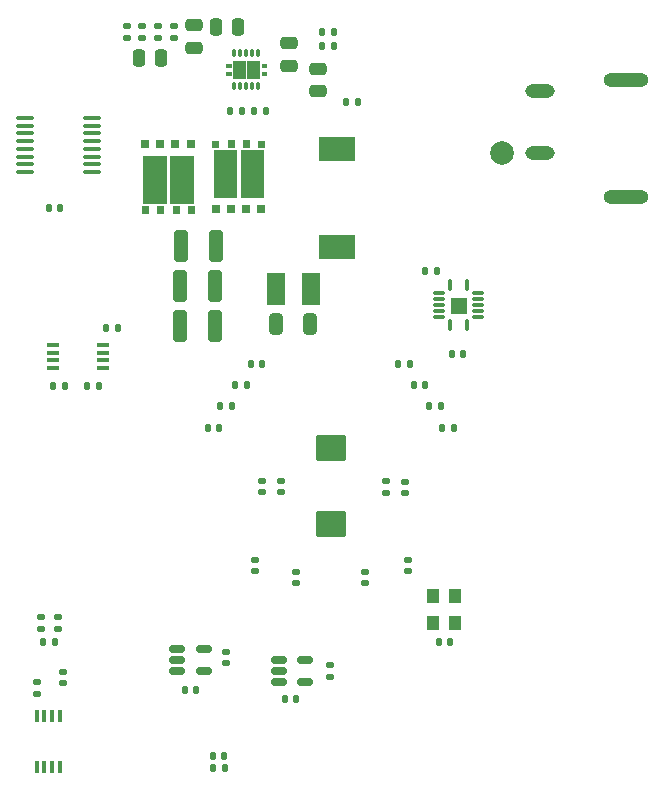
<source format=gbr>
%TF.GenerationSoftware,KiCad,Pcbnew,7.0.1*%
%TF.CreationDate,2023-10-06T09:11:46+02:00*%
%TF.ProjectId,NerdAxe_ultra,4e657264-4178-4655-9f75-6c7472612e6b,rev?*%
%TF.SameCoordinates,Original*%
%TF.FileFunction,Paste,Top*%
%TF.FilePolarity,Positive*%
%FSLAX46Y46*%
G04 Gerber Fmt 4.6, Leading zero omitted, Abs format (unit mm)*
G04 Created by KiCad (PCBNEW 7.0.1) date 2023-10-06 09:11:46*
%MOMM*%
%LPD*%
G01*
G04 APERTURE LIST*
G04 Aperture macros list*
%AMRoundRect*
0 Rectangle with rounded corners*
0 $1 Rounding radius*
0 $2 $3 $4 $5 $6 $7 $8 $9 X,Y pos of 4 corners*
0 Add a 4 corners polygon primitive as box body*
4,1,4,$2,$3,$4,$5,$6,$7,$8,$9,$2,$3,0*
0 Add four circle primitives for the rounded corners*
1,1,$1+$1,$2,$3*
1,1,$1+$1,$4,$5*
1,1,$1+$1,$6,$7*
1,1,$1+$1,$8,$9*
0 Add four rect primitives between the rounded corners*
20,1,$1+$1,$2,$3,$4,$5,0*
20,1,$1+$1,$4,$5,$6,$7,0*
20,1,$1+$1,$6,$7,$8,$9,0*
20,1,$1+$1,$8,$9,$2,$3,0*%
G04 Aperture macros list end*
%ADD10C,0.010000*%
%ADD11C,0.001000*%
%ADD12RoundRect,0.250000X0.475000X-0.250000X0.475000X0.250000X-0.475000X0.250000X-0.475000X-0.250000X0*%
%ADD13RoundRect,0.140000X0.140000X0.170000X-0.140000X0.170000X-0.140000X-0.170000X0.140000X-0.170000X0*%
%ADD14RoundRect,0.100000X-0.637500X-0.100000X0.637500X-0.100000X0.637500X0.100000X-0.637500X0.100000X0*%
%ADD15RoundRect,0.140000X-0.170000X0.140000X-0.170000X-0.140000X0.170000X-0.140000X0.170000X0.140000X0*%
%ADD16RoundRect,0.135000X0.185000X-0.135000X0.185000X0.135000X-0.185000X0.135000X-0.185000X-0.135000X0*%
%ADD17RoundRect,0.135000X-0.185000X0.135000X-0.185000X-0.135000X0.185000X-0.135000X0.185000X0.135000X0*%
%ADD18RoundRect,0.250000X-0.250000X-0.475000X0.250000X-0.475000X0.250000X0.475000X-0.250000X0.475000X0*%
%ADD19RoundRect,0.250000X-0.475000X0.250000X-0.475000X-0.250000X0.475000X-0.250000X0.475000X0.250000X0*%
%ADD20RoundRect,0.150000X-0.512500X-0.150000X0.512500X-0.150000X0.512500X0.150000X-0.512500X0.150000X0*%
%ADD21R,0.400000X1.100000*%
%ADD22RoundRect,0.007800X-0.122200X0.442200X-0.122200X-0.442200X0.122200X-0.442200X0.122200X0.442200X0*%
%ADD23RoundRect,0.007800X-0.442200X-0.122200X0.442200X-0.122200X0.442200X0.122200X-0.442200X0.122200X0*%
%ADD24R,3.100000X2.000000*%
%ADD25RoundRect,0.135000X0.135000X0.185000X-0.135000X0.185000X-0.135000X-0.185000X0.135000X-0.185000X0*%
%ADD26R,1.100000X0.400000*%
%ADD27RoundRect,0.140000X-0.140000X-0.170000X0.140000X-0.170000X0.140000X0.170000X-0.140000X0.170000X0*%
%ADD28RoundRect,0.135000X-0.135000X-0.185000X0.135000X-0.185000X0.135000X0.185000X-0.135000X0.185000X0*%
%ADD29RoundRect,0.140000X0.170000X-0.140000X0.170000X0.140000X-0.170000X0.140000X-0.170000X-0.140000X0*%
%ADD30RoundRect,0.250000X-1.025000X0.875000X-1.025000X-0.875000X1.025000X-0.875000X1.025000X0.875000X0*%
%ADD31R,0.700000X0.800000*%
%ADD32RoundRect,0.007874X-0.112126X0.292126X-0.112126X-0.292126X0.112126X-0.292126X0.112126X0.292126X0*%
%ADD33R,1.600000X2.700000*%
%ADD34RoundRect,0.250000X-0.325000X-1.100000X0.325000X-1.100000X0.325000X1.100000X-0.325000X1.100000X0*%
%ADD35R,1.100000X1.300000*%
%ADD36RoundRect,0.250000X0.325000X0.650000X-0.325000X0.650000X-0.325000X-0.650000X0.325000X-0.650000X0*%
%ADD37O,3.800000X1.200000*%
%ADD38O,2.500000X1.200000*%
%ADD39C,2.000000*%
G04 APERTURE END LIST*
%TO.C,U2*%
D10*
X117072000Y-99915000D02*
X115772000Y-99915000D01*
X115772000Y-98615000D01*
X117072000Y-98615000D01*
X117072000Y-99915000D01*
G36*
X117072000Y-99915000D02*
G01*
X115772000Y-99915000D01*
X115772000Y-98615000D01*
X117072000Y-98615000D01*
X117072000Y-99915000D01*
G37*
%TO.C,Q2*%
X98691000Y-85868800D02*
X98161000Y-85858800D01*
X98161000Y-85298800D01*
X98691000Y-85298800D01*
X98691000Y-85868800D01*
G36*
X98691000Y-85868800D02*
G01*
X98161000Y-85858800D01*
X98161000Y-85298800D01*
X98691000Y-85298800D01*
X98691000Y-85868800D01*
G37*
X97391000Y-85868800D02*
X96861000Y-85858800D01*
X96861000Y-85298800D01*
X97391000Y-85298800D01*
X97391000Y-85868800D01*
G36*
X97391000Y-85868800D02*
G01*
X96861000Y-85858800D01*
X96861000Y-85298800D01*
X97391000Y-85298800D01*
X97391000Y-85868800D01*
G37*
X99981000Y-85888800D02*
X99451000Y-85878800D01*
X99451000Y-85318800D01*
X99981000Y-85318800D01*
X99981000Y-85888800D01*
G36*
X99981000Y-85888800D02*
G01*
X99451000Y-85878800D01*
X99451000Y-85318800D01*
X99981000Y-85318800D01*
X99981000Y-85888800D01*
G37*
X96091000Y-85888800D02*
X95561000Y-85878800D01*
X95561000Y-85318800D01*
X96091000Y-85318800D01*
X96091000Y-85888800D01*
G36*
X96091000Y-85888800D02*
G01*
X95561000Y-85878800D01*
X95561000Y-85318800D01*
X96091000Y-85318800D01*
X96091000Y-85888800D01*
G37*
X97621000Y-90068800D02*
X95701000Y-90068800D01*
X95701000Y-86088800D01*
X97621000Y-86088800D01*
X97621000Y-90068800D01*
G36*
X97621000Y-90068800D02*
G01*
X95701000Y-90068800D01*
X95701000Y-86088800D01*
X97621000Y-86088800D01*
X97621000Y-90068800D01*
G37*
X99901000Y-90078800D02*
X97981000Y-90078800D01*
X97981000Y-86098800D01*
X99901000Y-86098800D01*
X99901000Y-90078800D01*
G36*
X99901000Y-90078800D02*
G01*
X97981000Y-90078800D01*
X97981000Y-86098800D01*
X99901000Y-86098800D01*
X99901000Y-90078800D01*
G37*
%TO.C,U9*%
D11*
X100146291Y-79100000D02*
X99776291Y-79100000D01*
X99776291Y-78850000D01*
X100146291Y-78850000D01*
X100146291Y-79100000D01*
G36*
X100146291Y-79100000D02*
G01*
X99776291Y-79100000D01*
X99776291Y-78850000D01*
X100146291Y-78850000D01*
X100146291Y-79100000D01*
G37*
X97116291Y-79100000D02*
X96746291Y-79100000D01*
X96746291Y-78850000D01*
X97116291Y-78850000D01*
X97116291Y-79100000D01*
G36*
X97116291Y-79100000D02*
G01*
X96746291Y-79100000D01*
X96746291Y-78850000D01*
X97116291Y-78850000D01*
X97116291Y-79100000D01*
G37*
X100146291Y-79750000D02*
X99776291Y-79750000D01*
X99776291Y-79500000D01*
X100146291Y-79500000D01*
X100146291Y-79750000D01*
G36*
X100146291Y-79750000D02*
G01*
X99776291Y-79750000D01*
X99776291Y-79500000D01*
X100146291Y-79500000D01*
X100146291Y-79750000D01*
G37*
X97116291Y-79750000D02*
X96746291Y-79750000D01*
X96746291Y-79500000D01*
X97116291Y-79500000D01*
X97116291Y-79750000D01*
G36*
X97116291Y-79750000D02*
G01*
X96746291Y-79750000D01*
X96746291Y-79500000D01*
X97116291Y-79500000D01*
X97116291Y-79750000D01*
G37*
X99556291Y-80010000D02*
X98546291Y-80010000D01*
X98546291Y-78560000D01*
X99556291Y-78560000D01*
X99556291Y-80010000D01*
G36*
X99556291Y-80010000D02*
G01*
X98546291Y-80010000D01*
X98546291Y-78560000D01*
X99556291Y-78560000D01*
X99556291Y-80010000D01*
G37*
X98336291Y-80010000D02*
X97326291Y-80010000D01*
X97326291Y-78560000D01*
X98336291Y-78560000D01*
X98336291Y-80010000D01*
G36*
X98336291Y-80010000D02*
G01*
X97326291Y-80010000D01*
X97326291Y-78560000D01*
X98336291Y-78560000D01*
X98336291Y-80010000D01*
G37*
%TO.C,Q1*%
D10*
X91439287Y-90874964D02*
X91439287Y-91434964D01*
X90909287Y-91434964D01*
X90909287Y-90864964D01*
X91439287Y-90874964D01*
G36*
X91439287Y-90874964D02*
G01*
X91439287Y-91434964D01*
X90909287Y-91434964D01*
X90909287Y-90864964D01*
X91439287Y-90874964D01*
G37*
X92739287Y-90874964D02*
X92739287Y-91434964D01*
X92209287Y-91434964D01*
X92209287Y-90864964D01*
X92739287Y-90874964D01*
G36*
X92739287Y-90874964D02*
G01*
X92739287Y-91434964D01*
X92209287Y-91434964D01*
X92209287Y-90864964D01*
X92739287Y-90874964D01*
G37*
X90149287Y-90854964D02*
X90149287Y-91414964D01*
X89619287Y-91414964D01*
X89619287Y-90844964D01*
X90149287Y-90854964D01*
G36*
X90149287Y-90854964D02*
G01*
X90149287Y-91414964D01*
X89619287Y-91414964D01*
X89619287Y-90844964D01*
X90149287Y-90854964D01*
G37*
X94039287Y-90854964D02*
X94039287Y-91414964D01*
X93509287Y-91414964D01*
X93509287Y-90844964D01*
X94039287Y-90854964D01*
G36*
X94039287Y-90854964D02*
G01*
X94039287Y-91414964D01*
X93509287Y-91414964D01*
X93509287Y-90844964D01*
X94039287Y-90854964D01*
G37*
X93899287Y-90644964D02*
X91979287Y-90644964D01*
X91979287Y-86664964D01*
X93899287Y-86664964D01*
X93899287Y-90644964D01*
G36*
X93899287Y-90644964D02*
G01*
X91979287Y-90644964D01*
X91979287Y-86664964D01*
X93899287Y-86664964D01*
X93899287Y-90644964D01*
G37*
X91619287Y-90634964D02*
X89699287Y-90634964D01*
X89699287Y-86654964D01*
X91619287Y-86654964D01*
X91619287Y-90634964D01*
G36*
X91619287Y-90634964D02*
G01*
X89699287Y-90634964D01*
X89699287Y-86654964D01*
X91619287Y-86654964D01*
X91619287Y-90634964D01*
G37*
%TD*%
D12*
%TO.C,C43*%
X104510200Y-81125600D03*
X104510200Y-79225600D03*
%TD*%
D13*
%TO.C,C19*%
X116836000Y-103365000D03*
X115876000Y-103365000D03*
%TD*%
D14*
%TO.C,U8*%
X79675300Y-83425000D03*
X79675300Y-84075000D03*
X79675300Y-84725000D03*
X79675300Y-85375000D03*
X79675300Y-86025000D03*
X79675300Y-86675000D03*
X79675300Y-87325000D03*
X79675300Y-87975000D03*
X85400300Y-87975000D03*
X85400300Y-87325000D03*
X85400300Y-86675000D03*
X85400300Y-86025000D03*
X85400300Y-85375000D03*
X85400300Y-84725000D03*
X85400300Y-84075000D03*
X85400300Y-83425000D03*
%TD*%
D15*
%TO.C,C7*%
X99820000Y-114150000D03*
X99820000Y-115110000D03*
%TD*%
D16*
%TO.C,R7*%
X81075000Y-126664000D03*
X81075000Y-125644000D03*
%TD*%
D17*
%TO.C,R13*%
X88392300Y-75590000D03*
X88392300Y-76610000D03*
%TD*%
D13*
%TO.C,C1*%
X115730000Y-127810000D03*
X114770000Y-127810000D03*
%TD*%
D18*
%TO.C,C41*%
X95850000Y-75700000D03*
X97750000Y-75700000D03*
%TD*%
D13*
%TO.C,C3*%
X114920000Y-107790000D03*
X113960000Y-107790000D03*
%TD*%
D19*
%TO.C,C38*%
X102027600Y-77089400D03*
X102027600Y-78989400D03*
%TD*%
D15*
%TO.C,C25*%
X105540000Y-129760000D03*
X105540000Y-130720000D03*
%TD*%
D18*
%TO.C,C45*%
X89350000Y-78300000D03*
X91250000Y-78300000D03*
%TD*%
D20*
%TO.C,U5*%
X92615500Y-128358000D03*
X92615500Y-129308000D03*
X92615500Y-130258000D03*
X94890500Y-130258000D03*
X94890500Y-128358000D03*
%TD*%
%TO.C,U6*%
X101182500Y-129290000D03*
X101182500Y-130240000D03*
X101182500Y-131190000D03*
X103457500Y-131190000D03*
X103457500Y-129290000D03*
%TD*%
D15*
%TO.C,C4*%
X108485000Y-121838000D03*
X108485000Y-122798000D03*
%TD*%
D21*
%TO.C,U7*%
X82655000Y-134030000D03*
X82005000Y-134030000D03*
X81355000Y-134030000D03*
X80705000Y-134030000D03*
X80705000Y-138330000D03*
X81355000Y-138330000D03*
X82005000Y-138330000D03*
X82655000Y-138330000D03*
%TD*%
D13*
%TO.C,C12*%
X99780000Y-104240000D03*
X98820000Y-104240000D03*
%TD*%
D22*
%TO.C,U2*%
X115672000Y-97580000D03*
D23*
X114737000Y-98265000D03*
X114737000Y-98765000D03*
X114737000Y-99265000D03*
X114737000Y-99765000D03*
X114737000Y-100265000D03*
D22*
X115672000Y-100950000D03*
X117172000Y-100950000D03*
D23*
X118107000Y-100265000D03*
X118107000Y-99765000D03*
X118107000Y-99265000D03*
X118107000Y-98765000D03*
X118107000Y-98265000D03*
D22*
X117172000Y-97580000D03*
%TD*%
D17*
%TO.C,R10*%
X92300000Y-75590000D03*
X92300000Y-76610000D03*
%TD*%
D24*
%TO.C,L1*%
X106100000Y-86040000D03*
X106100000Y-94360000D03*
%TD*%
D16*
%TO.C,R15*%
X91000000Y-76610000D03*
X91000000Y-75590000D03*
%TD*%
D13*
%TO.C,C15*%
X98490000Y-106040000D03*
X97530000Y-106040000D03*
%TD*%
D25*
%TO.C,R16*%
X86000000Y-106100000D03*
X84980000Y-106100000D03*
%TD*%
D13*
%TO.C,C32*%
X82216000Y-127813000D03*
X81256000Y-127813000D03*
%TD*%
D15*
%TO.C,C16*%
X102646000Y-121838000D03*
X102646000Y-122798000D03*
%TD*%
D13*
%TO.C,C18*%
X96139000Y-109681000D03*
X95179000Y-109681000D03*
%TD*%
D19*
%TO.C,C40*%
X94000000Y-75550000D03*
X94000000Y-77450000D03*
%TD*%
D26*
%TO.C,U10*%
X82050000Y-102625000D03*
X82050000Y-103275000D03*
X82050000Y-103925000D03*
X82050000Y-104575000D03*
X86350000Y-104575000D03*
X86350000Y-103925000D03*
X86350000Y-103275000D03*
X86350000Y-102625000D03*
%TD*%
D27*
%TO.C,C39*%
X104880000Y-77358600D03*
X105840000Y-77358600D03*
%TD*%
D13*
%TO.C,C35*%
X82680000Y-91000000D03*
X81720000Y-91000000D03*
%TD*%
D15*
%TO.C,C10*%
X110280000Y-114170000D03*
X110280000Y-115130000D03*
%TD*%
%TO.C,C11*%
X101370000Y-114140000D03*
X101370000Y-115100000D03*
%TD*%
D17*
%TO.C,R14*%
X89600000Y-75590000D03*
X89600000Y-76610000D03*
%TD*%
D28*
%TO.C,R11*%
X104848600Y-76169800D03*
X105868600Y-76169800D03*
%TD*%
D29*
%TO.C,C14*%
X99190000Y-121800000D03*
X99190000Y-120840000D03*
%TD*%
D30*
%TO.C,C13*%
X105600000Y-111360000D03*
X105600000Y-117760000D03*
%TD*%
D31*
%TO.C,Q2*%
X95851000Y-91141300D03*
X97149300Y-91141300D03*
X98412700Y-91141300D03*
X99711000Y-91141300D03*
%TD*%
D29*
%TO.C,C33*%
X82970000Y-131240000D03*
X82970000Y-130280000D03*
%TD*%
D28*
%TO.C,R2*%
X95640000Y-138480000D03*
X96660000Y-138480000D03*
%TD*%
D27*
%TO.C,C44*%
X86610000Y-101200000D03*
X87570000Y-101200000D03*
%TD*%
D32*
%TO.C,U9*%
X99446291Y-77900000D03*
X98946291Y-77900000D03*
X98416291Y-77900000D03*
X97946291Y-77900000D03*
X97446291Y-77900000D03*
X97446291Y-80700000D03*
X97946291Y-80700000D03*
X98446291Y-80700000D03*
X98946291Y-80700000D03*
X99446291Y-80700000D03*
%TD*%
D27*
%TO.C,C22*%
X93253000Y-131818000D03*
X94213000Y-131818000D03*
%TD*%
D13*
%TO.C,C6*%
X113620000Y-106030000D03*
X112660000Y-106030000D03*
%TD*%
D33*
%TO.C,C46*%
X103951000Y-97918800D03*
X100951000Y-97918800D03*
%TD*%
D31*
%TO.C,Q1*%
X93749287Y-85592464D03*
X92450987Y-85592464D03*
X91187587Y-85592464D03*
X89889287Y-85592464D03*
%TD*%
D28*
%TO.C,R17*%
X82070000Y-106100000D03*
X83090000Y-106100000D03*
%TD*%
D27*
%TO.C,C42*%
X97097600Y-82800000D03*
X98057600Y-82800000D03*
%TD*%
D34*
%TO.C,C34*%
X92906000Y-94248800D03*
X95856000Y-94248800D03*
%TD*%
D35*
%TO.C,U1*%
X116140000Y-126170000D03*
X116140000Y-123870000D03*
X114240000Y-123870000D03*
X114240000Y-126170000D03*
%TD*%
D28*
%TO.C,R12*%
X99067600Y-82800000D03*
X100087600Y-82800000D03*
%TD*%
D25*
%TO.C,R4*%
X107887600Y-82045800D03*
X106867600Y-82045800D03*
%TD*%
D13*
%TO.C,C2*%
X116020000Y-109624000D03*
X115060000Y-109624000D03*
%TD*%
D27*
%TO.C,C23*%
X101730000Y-132610000D03*
X102690000Y-132610000D03*
%TD*%
D29*
%TO.C,C5*%
X112160000Y-121800000D03*
X112160000Y-120840000D03*
%TD*%
D16*
%TO.C,R9*%
X80700000Y-132210000D03*
X80700000Y-131190000D03*
%TD*%
D13*
%TO.C,C17*%
X97210000Y-107780000D03*
X96250000Y-107780000D03*
%TD*%
%TO.C,C8*%
X112290000Y-104240000D03*
X111330000Y-104240000D03*
%TD*%
D27*
%TO.C,C29*%
X95640000Y-137410000D03*
X96600000Y-137410000D03*
%TD*%
D13*
%TO.C,C20*%
X114582000Y-96355000D03*
X113622000Y-96355000D03*
%TD*%
D36*
%TO.C,C47*%
X103886000Y-100888800D03*
X100936000Y-100888800D03*
%TD*%
D15*
%TO.C,C24*%
X96763000Y-128638000D03*
X96763000Y-129598000D03*
%TD*%
D34*
%TO.C,C36*%
X92866000Y-97658800D03*
X95816000Y-97658800D03*
%TD*%
D15*
%TO.C,C9*%
X111870000Y-114230000D03*
X111870000Y-115190000D03*
%TD*%
D34*
%TO.C,C37*%
X92866000Y-101018800D03*
X95816000Y-101018800D03*
%TD*%
D17*
%TO.C,R8*%
X82470000Y-125644000D03*
X82470000Y-126664000D03*
%TD*%
D37*
%TO.C,DC1*%
X130569000Y-80206000D03*
D38*
X123359000Y-81136000D03*
X123359000Y-86336000D03*
D39*
X120109000Y-86336000D03*
D37*
X130569000Y-90066000D03*
%TD*%
M02*

</source>
